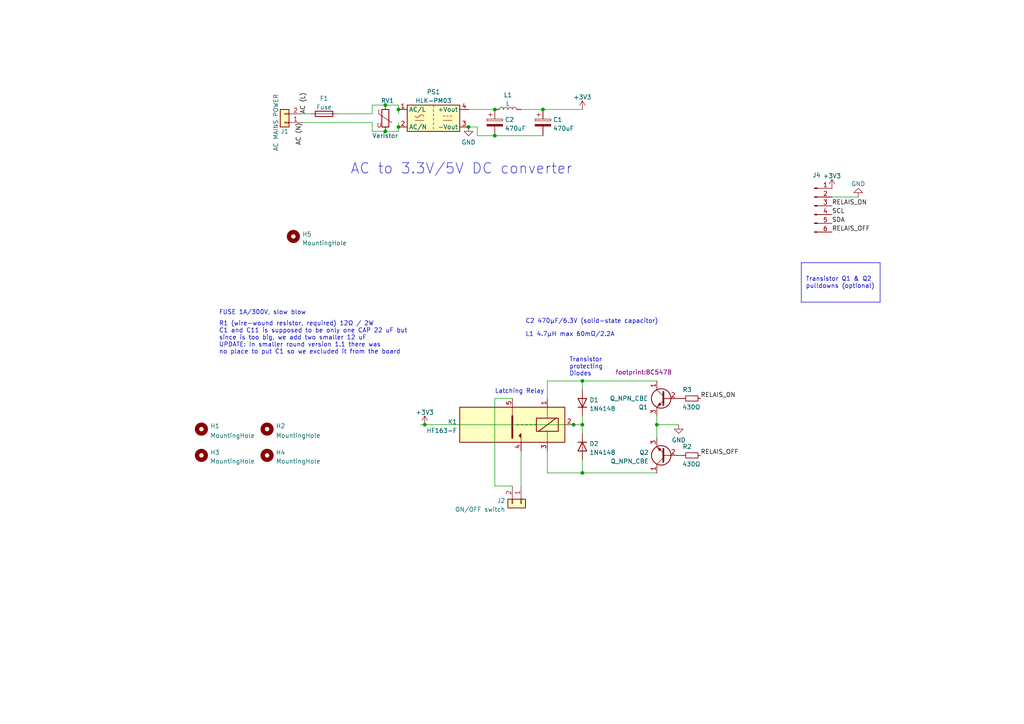
<source format=kicad_sch>
(kicad_sch (version 20230121) (generator eeschema)

  (uuid 42575459-fa0a-4761-8328-0238c17cbdda)

  (paper "A4")

  (title_block
    (title "220 AC to 3.3 DC converter with Latch Relay")
    (date "2022-11-22")
    (rev "1.1")
    (comment 1 "without batteries directly to the AC plug")
    (comment 2 "This mini-PCB goal is to connect any ESP32 board")
  )

  (lib_symbols
    (symbol "Connector:Conn_01x06_Pin" (pin_names (offset 1.016) hide) (in_bom yes) (on_board yes)
      (property "Reference" "J" (at 0 7.62 0)
        (effects (font (size 1.27 1.27)))
      )
      (property "Value" "Conn_01x06_Pin" (at 0 -10.16 0)
        (effects (font (size 1.27 1.27)))
      )
      (property "Footprint" "" (at 0 0 0)
        (effects (font (size 1.27 1.27)) hide)
      )
      (property "Datasheet" "~" (at 0 0 0)
        (effects (font (size 1.27 1.27)) hide)
      )
      (property "ki_locked" "" (at 0 0 0)
        (effects (font (size 1.27 1.27)))
      )
      (property "ki_keywords" "connector" (at 0 0 0)
        (effects (font (size 1.27 1.27)) hide)
      )
      (property "ki_description" "Generic connector, single row, 01x06, script generated" (at 0 0 0)
        (effects (font (size 1.27 1.27)) hide)
      )
      (property "ki_fp_filters" "Connector*:*_1x??_*" (at 0 0 0)
        (effects (font (size 1.27 1.27)) hide)
      )
      (symbol "Conn_01x06_Pin_1_1"
        (polyline
          (pts
            (xy 1.27 -7.62)
            (xy 0.8636 -7.62)
          )
          (stroke (width 0.1524) (type default))
          (fill (type none))
        )
        (polyline
          (pts
            (xy 1.27 -5.08)
            (xy 0.8636 -5.08)
          )
          (stroke (width 0.1524) (type default))
          (fill (type none))
        )
        (polyline
          (pts
            (xy 1.27 -2.54)
            (xy 0.8636 -2.54)
          )
          (stroke (width 0.1524) (type default))
          (fill (type none))
        )
        (polyline
          (pts
            (xy 1.27 0)
            (xy 0.8636 0)
          )
          (stroke (width 0.1524) (type default))
          (fill (type none))
        )
        (polyline
          (pts
            (xy 1.27 2.54)
            (xy 0.8636 2.54)
          )
          (stroke (width 0.1524) (type default))
          (fill (type none))
        )
        (polyline
          (pts
            (xy 1.27 5.08)
            (xy 0.8636 5.08)
          )
          (stroke (width 0.1524) (type default))
          (fill (type none))
        )
        (rectangle (start 0.8636 -7.493) (end 0 -7.747)
          (stroke (width 0.1524) (type default))
          (fill (type outline))
        )
        (rectangle (start 0.8636 -4.953) (end 0 -5.207)
          (stroke (width 0.1524) (type default))
          (fill (type outline))
        )
        (rectangle (start 0.8636 -2.413) (end 0 -2.667)
          (stroke (width 0.1524) (type default))
          (fill (type outline))
        )
        (rectangle (start 0.8636 0.127) (end 0 -0.127)
          (stroke (width 0.1524) (type default))
          (fill (type outline))
        )
        (rectangle (start 0.8636 2.667) (end 0 2.413)
          (stroke (width 0.1524) (type default))
          (fill (type outline))
        )
        (rectangle (start 0.8636 5.207) (end 0 4.953)
          (stroke (width 0.1524) (type default))
          (fill (type outline))
        )
        (pin passive line (at 5.08 5.08 180) (length 3.81)
          (name "Pin_1" (effects (font (size 1.27 1.27))))
          (number "1" (effects (font (size 1.27 1.27))))
        )
        (pin passive line (at 5.08 2.54 180) (length 3.81)
          (name "Pin_2" (effects (font (size 1.27 1.27))))
          (number "2" (effects (font (size 1.27 1.27))))
        )
        (pin passive line (at 5.08 0 180) (length 3.81)
          (name "Pin_3" (effects (font (size 1.27 1.27))))
          (number "3" (effects (font (size 1.27 1.27))))
        )
        (pin passive line (at 5.08 -2.54 180) (length 3.81)
          (name "Pin_4" (effects (font (size 1.27 1.27))))
          (number "4" (effects (font (size 1.27 1.27))))
        )
        (pin passive line (at 5.08 -5.08 180) (length 3.81)
          (name "Pin_5" (effects (font (size 1.27 1.27))))
          (number "5" (effects (font (size 1.27 1.27))))
        )
        (pin passive line (at 5.08 -7.62 180) (length 3.81)
          (name "Pin_6" (effects (font (size 1.27 1.27))))
          (number "6" (effects (font (size 1.27 1.27))))
        )
      )
    )
    (symbol "Connector_Generic:Conn_01x02" (pin_names (offset 1.016) hide) (in_bom yes) (on_board yes)
      (property "Reference" "J" (at 0 2.54 0)
        (effects (font (size 1.27 1.27)))
      )
      (property "Value" "Conn_01x02" (at 0 -5.08 0)
        (effects (font (size 1.27 1.27)))
      )
      (property "Footprint" "" (at 0 0 0)
        (effects (font (size 1.27 1.27)) hide)
      )
      (property "Datasheet" "~" (at 0 0 0)
        (effects (font (size 1.27 1.27)) hide)
      )
      (property "ki_keywords" "connector" (at 0 0 0)
        (effects (font (size 1.27 1.27)) hide)
      )
      (property "ki_description" "Generic connector, single row, 01x02, script generated (kicad-library-utils/schlib/autogen/connector/)" (at 0 0 0)
        (effects (font (size 1.27 1.27)) hide)
      )
      (property "ki_fp_filters" "Connector*:*_1x??_*" (at 0 0 0)
        (effects (font (size 1.27 1.27)) hide)
      )
      (symbol "Conn_01x02_1_1"
        (rectangle (start -1.27 -2.413) (end 0 -2.667)
          (stroke (width 0.1524) (type default))
          (fill (type none))
        )
        (rectangle (start -1.27 0.127) (end 0 -0.127)
          (stroke (width 0.1524) (type default))
          (fill (type none))
        )
        (rectangle (start -1.27 1.27) (end 1.27 -3.81)
          (stroke (width 0.254) (type default))
          (fill (type background))
        )
        (pin passive line (at -5.08 0 0) (length 3.81)
          (name "Pin_1" (effects (font (size 1.27 1.27))))
          (number "1" (effects (font (size 1.27 1.27))))
        )
        (pin passive line (at -5.08 -2.54 0) (length 3.81)
          (name "Pin_2" (effects (font (size 1.27 1.27))))
          (number "2" (effects (font (size 1.27 1.27))))
        )
      )
    )
    (symbol "Converter_ACDC:HLK-PM03" (in_bom yes) (on_board yes)
      (property "Reference" "PS" (at 0 5.08 0)
        (effects (font (size 1.27 1.27)))
      )
      (property "Value" "HLK-PM03" (at 0 -5.08 0)
        (effects (font (size 1.27 1.27)))
      )
      (property "Footprint" "Converter_ACDC:Converter_ACDC_HiLink_HLK-PMxx" (at 0 -7.62 0)
        (effects (font (size 1.27 1.27)) hide)
      )
      (property "Datasheet" "http://www.hlktech.net/product_detail.php?ProId=59" (at 10.16 -8.89 0)
        (effects (font (size 1.27 1.27)) hide)
      )
      (property "ki_keywords" "AC/DC module power supply" (at 0 0 0)
        (effects (font (size 1.27 1.27)) hide)
      )
      (property "ki_description" "Compact AC/DC board mount power module 3W 3V3" (at 0 0 0)
        (effects (font (size 1.27 1.27)) hide)
      )
      (property "ki_fp_filters" "Converter*ACDC*HiLink*HLK?PM*" (at 0 0 0)
        (effects (font (size 1.27 1.27)) hide)
      )
      (symbol "HLK-PM03_0_1"
        (rectangle (start -7.62 3.81) (end 7.62 -3.81)
          (stroke (width 0.254) (type default))
          (fill (type background))
        )
        (arc (start -5.334 0.635) (mid -4.699 0.2495) (end -4.064 0.635)
          (stroke (width 0) (type default))
          (fill (type none))
        )
        (arc (start -2.794 0.635) (mid -3.429 1.0072) (end -4.064 0.635)
          (stroke (width 0) (type default))
          (fill (type none))
        )
        (polyline
          (pts
            (xy -5.334 -0.635)
            (xy -2.794 -0.635)
          )
          (stroke (width 0) (type default))
          (fill (type none))
        )
        (polyline
          (pts
            (xy 0 -2.54)
            (xy 0 -3.175)
          )
          (stroke (width 0) (type default))
          (fill (type none))
        )
        (polyline
          (pts
            (xy 0 -1.27)
            (xy 0 -1.905)
          )
          (stroke (width 0) (type default))
          (fill (type none))
        )
        (polyline
          (pts
            (xy 0 0)
            (xy 0 -0.635)
          )
          (stroke (width 0) (type default))
          (fill (type none))
        )
        (polyline
          (pts
            (xy 0 1.27)
            (xy 0 0.635)
          )
          (stroke (width 0) (type default))
          (fill (type none))
        )
        (polyline
          (pts
            (xy 0 2.54)
            (xy 0 1.905)
          )
          (stroke (width 0) (type default))
          (fill (type none))
        )
        (polyline
          (pts
            (xy 0 3.81)
            (xy 0 3.175)
          )
          (stroke (width 0) (type default))
          (fill (type none))
        )
        (polyline
          (pts
            (xy 2.794 -0.635)
            (xy 5.334 -0.635)
          )
          (stroke (width 0) (type default))
          (fill (type none))
        )
        (polyline
          (pts
            (xy 2.794 0.635)
            (xy 3.302 0.635)
          )
          (stroke (width 0) (type default))
          (fill (type none))
        )
        (polyline
          (pts
            (xy 3.81 0.635)
            (xy 4.318 0.635)
          )
          (stroke (width 0) (type default))
          (fill (type none))
        )
        (polyline
          (pts
            (xy 4.826 0.635)
            (xy 5.334 0.635)
          )
          (stroke (width 0) (type default))
          (fill (type none))
        )
      )
      (symbol "HLK-PM03_1_1"
        (pin power_in line (at -10.16 2.54 0) (length 2.54)
          (name "AC/L" (effects (font (size 1.27 1.27))))
          (number "1" (effects (font (size 1.27 1.27))))
        )
        (pin power_in line (at -10.16 -2.54 0) (length 2.54)
          (name "AC/N" (effects (font (size 1.27 1.27))))
          (number "2" (effects (font (size 1.27 1.27))))
        )
        (pin power_out line (at 10.16 -2.54 180) (length 2.54)
          (name "-Vout" (effects (font (size 1.27 1.27))))
          (number "3" (effects (font (size 1.27 1.27))))
        )
        (pin power_out line (at 10.16 2.54 180) (length 2.54)
          (name "+Vout" (effects (font (size 1.27 1.27))))
          (number "4" (effects (font (size 1.27 1.27))))
        )
      )
    )
    (symbol "Device:C_Polarized" (pin_numbers hide) (pin_names (offset 0.254)) (in_bom yes) (on_board yes)
      (property "Reference" "C" (at 0.635 2.54 0)
        (effects (font (size 1.27 1.27)) (justify left))
      )
      (property "Value" "C_Polarized" (at 0.635 -2.54 0)
        (effects (font (size 1.27 1.27)) (justify left))
      )
      (property "Footprint" "" (at 0.9652 -3.81 0)
        (effects (font (size 1.27 1.27)) hide)
      )
      (property "Datasheet" "~" (at 0 0 0)
        (effects (font (size 1.27 1.27)) hide)
      )
      (property "ki_keywords" "cap capacitor" (at 0 0 0)
        (effects (font (size 1.27 1.27)) hide)
      )
      (property "ki_description" "Polarized capacitor" (at 0 0 0)
        (effects (font (size 1.27 1.27)) hide)
      )
      (property "ki_fp_filters" "CP_*" (at 0 0 0)
        (effects (font (size 1.27 1.27)) hide)
      )
      (symbol "C_Polarized_0_1"
        (rectangle (start -2.286 0.508) (end 2.286 1.016)
          (stroke (width 0) (type default))
          (fill (type none))
        )
        (polyline
          (pts
            (xy -1.778 2.286)
            (xy -0.762 2.286)
          )
          (stroke (width 0) (type default))
          (fill (type none))
        )
        (polyline
          (pts
            (xy -1.27 2.794)
            (xy -1.27 1.778)
          )
          (stroke (width 0) (type default))
          (fill (type none))
        )
        (rectangle (start 2.286 -0.508) (end -2.286 -1.016)
          (stroke (width 0) (type default))
          (fill (type outline))
        )
      )
      (symbol "C_Polarized_1_1"
        (pin passive line (at 0 3.81 270) (length 2.794)
          (name "~" (effects (font (size 1.27 1.27))))
          (number "1" (effects (font (size 1.27 1.27))))
        )
        (pin passive line (at 0 -3.81 90) (length 2.794)
          (name "~" (effects (font (size 1.27 1.27))))
          (number "2" (effects (font (size 1.27 1.27))))
        )
      )
    )
    (symbol "Device:Fuse" (pin_numbers hide) (pin_names (offset 0)) (in_bom yes) (on_board yes)
      (property "Reference" "F" (at 2.032 0 90)
        (effects (font (size 1.27 1.27)))
      )
      (property "Value" "Fuse" (at -1.905 0 90)
        (effects (font (size 1.27 1.27)))
      )
      (property "Footprint" "" (at -1.778 0 90)
        (effects (font (size 1.27 1.27)) hide)
      )
      (property "Datasheet" "~" (at 0 0 0)
        (effects (font (size 1.27 1.27)) hide)
      )
      (property "ki_keywords" "fuse" (at 0 0 0)
        (effects (font (size 1.27 1.27)) hide)
      )
      (property "ki_description" "Fuse" (at 0 0 0)
        (effects (font (size 1.27 1.27)) hide)
      )
      (property "ki_fp_filters" "*Fuse*" (at 0 0 0)
        (effects (font (size 1.27 1.27)) hide)
      )
      (symbol "Fuse_0_1"
        (rectangle (start -0.762 -2.54) (end 0.762 2.54)
          (stroke (width 0.254) (type default))
          (fill (type none))
        )
        (polyline
          (pts
            (xy 0 2.54)
            (xy 0 -2.54)
          )
          (stroke (width 0) (type default))
          (fill (type none))
        )
      )
      (symbol "Fuse_1_1"
        (pin passive line (at 0 3.81 270) (length 1.27)
          (name "~" (effects (font (size 1.27 1.27))))
          (number "1" (effects (font (size 1.27 1.27))))
        )
        (pin passive line (at 0 -3.81 90) (length 1.27)
          (name "~" (effects (font (size 1.27 1.27))))
          (number "2" (effects (font (size 1.27 1.27))))
        )
      )
    )
    (symbol "Device:L" (pin_numbers hide) (pin_names (offset 1.016) hide) (in_bom yes) (on_board yes)
      (property "Reference" "L" (at -1.27 0 90)
        (effects (font (size 1.27 1.27)))
      )
      (property "Value" "L" (at 1.905 0 90)
        (effects (font (size 1.27 1.27)))
      )
      (property "Footprint" "" (at 0 0 0)
        (effects (font (size 1.27 1.27)) hide)
      )
      (property "Datasheet" "~" (at 0 0 0)
        (effects (font (size 1.27 1.27)) hide)
      )
      (property "ki_keywords" "inductor choke coil reactor magnetic" (at 0 0 0)
        (effects (font (size 1.27 1.27)) hide)
      )
      (property "ki_description" "Inductor" (at 0 0 0)
        (effects (font (size 1.27 1.27)) hide)
      )
      (property "ki_fp_filters" "Choke_* *Coil* Inductor_* L_*" (at 0 0 0)
        (effects (font (size 1.27 1.27)) hide)
      )
      (symbol "L_0_1"
        (arc (start 0 -2.54) (mid 0.6323 -1.905) (end 0 -1.27)
          (stroke (width 0) (type default))
          (fill (type none))
        )
        (arc (start 0 -1.27) (mid 0.6323 -0.635) (end 0 0)
          (stroke (width 0) (type default))
          (fill (type none))
        )
        (arc (start 0 0) (mid 0.6323 0.635) (end 0 1.27)
          (stroke (width 0) (type default))
          (fill (type none))
        )
        (arc (start 0 1.27) (mid 0.6323 1.905) (end 0 2.54)
          (stroke (width 0) (type default))
          (fill (type none))
        )
      )
      (symbol "L_1_1"
        (pin passive line (at 0 3.81 270) (length 1.27)
          (name "1" (effects (font (size 1.27 1.27))))
          (number "1" (effects (font (size 1.27 1.27))))
        )
        (pin passive line (at 0 -3.81 90) (length 1.27)
          (name "2" (effects (font (size 1.27 1.27))))
          (number "2" (effects (font (size 1.27 1.27))))
        )
      )
    )
    (symbol "Device:Q_NPN_CBE" (pin_names (offset 0) hide) (in_bom yes) (on_board yes)
      (property "Reference" "Q" (at 5.08 1.27 0)
        (effects (font (size 1.27 1.27)) (justify left))
      )
      (property "Value" "Q_NPN_CBE" (at 5.08 -1.27 0)
        (effects (font (size 1.27 1.27)) (justify left))
      )
      (property "Footprint" "" (at 5.08 2.54 0)
        (effects (font (size 1.27 1.27)) hide)
      )
      (property "Datasheet" "~" (at 0 0 0)
        (effects (font (size 1.27 1.27)) hide)
      )
      (property "ki_keywords" "transistor NPN" (at 0 0 0)
        (effects (font (size 1.27 1.27)) hide)
      )
      (property "ki_description" "NPN transistor, collector/base/emitter" (at 0 0 0)
        (effects (font (size 1.27 1.27)) hide)
      )
      (symbol "Q_NPN_CBE_0_1"
        (polyline
          (pts
            (xy 0.635 0.635)
            (xy 2.54 2.54)
          )
          (stroke (width 0) (type default))
          (fill (type none))
        )
        (polyline
          (pts
            (xy 0.635 -0.635)
            (xy 2.54 -2.54)
            (xy 2.54 -2.54)
          )
          (stroke (width 0) (type default))
          (fill (type none))
        )
        (polyline
          (pts
            (xy 0.635 1.905)
            (xy 0.635 -1.905)
            (xy 0.635 -1.905)
          )
          (stroke (width 0.508) (type default))
          (fill (type none))
        )
        (polyline
          (pts
            (xy 1.27 -1.778)
            (xy 1.778 -1.27)
            (xy 2.286 -2.286)
            (xy 1.27 -1.778)
            (xy 1.27 -1.778)
          )
          (stroke (width 0) (type default))
          (fill (type outline))
        )
        (circle (center 1.27 0) (radius 2.8194)
          (stroke (width 0.254) (type default))
          (fill (type none))
        )
      )
      (symbol "Q_NPN_CBE_1_1"
        (pin passive line (at 2.54 5.08 270) (length 2.54)
          (name "C" (effects (font (size 1.27 1.27))))
          (number "1" (effects (font (size 1.27 1.27))))
        )
        (pin input line (at -5.08 0 0) (length 5.715)
          (name "B" (effects (font (size 1.27 1.27))))
          (number "2" (effects (font (size 1.27 1.27))))
        )
        (pin passive line (at 2.54 -5.08 90) (length 2.54)
          (name "E" (effects (font (size 1.27 1.27))))
          (number "3" (effects (font (size 1.27 1.27))))
        )
      )
    )
    (symbol "Device:R_Small" (pin_numbers hide) (pin_names (offset 0.254) hide) (in_bom yes) (on_board yes)
      (property "Reference" "R" (at 0.762 0.508 0)
        (effects (font (size 1.27 1.27)) (justify left))
      )
      (property "Value" "R_Small" (at 0.762 -1.016 0)
        (effects (font (size 1.27 1.27)) (justify left))
      )
      (property "Footprint" "" (at 0 0 0)
        (effects (font (size 1.27 1.27)) hide)
      )
      (property "Datasheet" "~" (at 0 0 0)
        (effects (font (size 1.27 1.27)) hide)
      )
      (property "ki_keywords" "R resistor" (at 0 0 0)
        (effects (font (size 1.27 1.27)) hide)
      )
      (property "ki_description" "Resistor, small symbol" (at 0 0 0)
        (effects (font (size 1.27 1.27)) hide)
      )
      (property "ki_fp_filters" "R_*" (at 0 0 0)
        (effects (font (size 1.27 1.27)) hide)
      )
      (symbol "R_Small_0_1"
        (rectangle (start -0.762 1.778) (end 0.762 -1.778)
          (stroke (width 0.2032) (type default))
          (fill (type none))
        )
      )
      (symbol "R_Small_1_1"
        (pin passive line (at 0 2.54 270) (length 0.762)
          (name "~" (effects (font (size 1.27 1.27))))
          (number "1" (effects (font (size 1.27 1.27))))
        )
        (pin passive line (at 0 -2.54 90) (length 0.762)
          (name "~" (effects (font (size 1.27 1.27))))
          (number "2" (effects (font (size 1.27 1.27))))
        )
      )
    )
    (symbol "Device:Varistor" (pin_numbers hide) (pin_names (offset 0)) (in_bom yes) (on_board yes)
      (property "Reference" "RV" (at 3.175 0 90)
        (effects (font (size 1.27 1.27)))
      )
      (property "Value" "Varistor" (at -3.175 0 90)
        (effects (font (size 1.27 1.27)))
      )
      (property "Footprint" "" (at -1.778 0 90)
        (effects (font (size 1.27 1.27)) hide)
      )
      (property "Datasheet" "~" (at 0 0 0)
        (effects (font (size 1.27 1.27)) hide)
      )
      (property "ki_keywords" "VDR resistance" (at 0 0 0)
        (effects (font (size 1.27 1.27)) hide)
      )
      (property "ki_description" "Voltage dependent resistor" (at 0 0 0)
        (effects (font (size 1.27 1.27)) hide)
      )
      (property "ki_fp_filters" "RV_* Varistor*" (at 0 0 0)
        (effects (font (size 1.27 1.27)) hide)
      )
      (symbol "Varistor_0_0"
        (text "U" (at -1.778 -2.032 0)
          (effects (font (size 1.27 1.27)))
        )
      )
      (symbol "Varistor_0_1"
        (rectangle (start -1.016 -2.54) (end 1.016 2.54)
          (stroke (width 0.254) (type default))
          (fill (type none))
        )
        (polyline
          (pts
            (xy -1.905 2.54)
            (xy -1.905 1.27)
            (xy 1.905 -1.27)
          )
          (stroke (width 0) (type default))
          (fill (type none))
        )
      )
      (symbol "Varistor_1_1"
        (pin passive line (at 0 3.81 270) (length 1.27)
          (name "~" (effects (font (size 1.27 1.27))))
          (number "1" (effects (font (size 1.27 1.27))))
        )
        (pin passive line (at 0 -3.81 90) (length 1.27)
          (name "~" (effects (font (size 1.27 1.27))))
          (number "2" (effects (font (size 1.27 1.27))))
        )
      )
    )
    (symbol "Diode:1N4148" (pin_numbers hide) (pin_names hide) (in_bom yes) (on_board yes)
      (property "Reference" "D" (at 0 2.54 0)
        (effects (font (size 1.27 1.27)))
      )
      (property "Value" "1N4148" (at 0 -2.54 0)
        (effects (font (size 1.27 1.27)))
      )
      (property "Footprint" "Diode_THT:D_DO-35_SOD27_P7.62mm_Horizontal" (at 0 0 0)
        (effects (font (size 1.27 1.27)) hide)
      )
      (property "Datasheet" "https://assets.nexperia.com/documents/data-sheet/1N4148_1N4448.pdf" (at 0 0 0)
        (effects (font (size 1.27 1.27)) hide)
      )
      (property "ki_keywords" "diode" (at 0 0 0)
        (effects (font (size 1.27 1.27)) hide)
      )
      (property "ki_description" "100V 0.15A standard switching diode, DO-35" (at 0 0 0)
        (effects (font (size 1.27 1.27)) hide)
      )
      (property "ki_fp_filters" "D*DO?35*" (at 0 0 0)
        (effects (font (size 1.27 1.27)) hide)
      )
      (symbol "1N4148_0_1"
        (polyline
          (pts
            (xy -1.27 1.27)
            (xy -1.27 -1.27)
          )
          (stroke (width 0.254) (type default))
          (fill (type none))
        )
        (polyline
          (pts
            (xy 1.27 0)
            (xy -1.27 0)
          )
          (stroke (width 0) (type default))
          (fill (type none))
        )
        (polyline
          (pts
            (xy 1.27 1.27)
            (xy 1.27 -1.27)
            (xy -1.27 0)
            (xy 1.27 1.27)
          )
          (stroke (width 0.254) (type default))
          (fill (type none))
        )
      )
      (symbol "1N4148_1_1"
        (pin passive line (at -3.81 0 0) (length 2.54)
          (name "K" (effects (font (size 1.27 1.27))))
          (number "1" (effects (font (size 1.27 1.27))))
        )
        (pin passive line (at 3.81 0 180) (length 2.54)
          (name "A" (effects (font (size 1.27 1.27))))
          (number "2" (effects (font (size 1.27 1.27))))
        )
      )
    )
    (symbol "Latch-relay:HF163-F" (in_bom yes) (on_board yes)
      (property "Reference" "K" (at 16.51 0 0)
        (effects (font (size 1.27 1.27)))
      )
      (property "Value" "HF163-F" (at 0 -15.24 0)
        (effects (font (size 1.27 1.27)))
      )
      (property "Footprint" "" (at 0 0 0)
        (effects (font (size 1.27 1.27)) hide)
      )
      (property "Datasheet" "" (at 0 0 0)
        (effects (font (size 1.27 1.27)) hide)
      )
      (symbol "HF163-F_0_0"
        (polyline
          (pts
            (xy -7.62 1.905)
            (xy -12.7 -1.905)
          )
          (stroke (width 0.254) (type default))
          (fill (type none))
        )
      )
      (symbol "HF163-F_0_1"
        (rectangle (start -15.24 0) (end -13.335 0)
          (stroke (width 0) (type default))
          (fill (type none))
        )
        (rectangle (start -15.24 5.08) (end 15.24 -5.08)
          (stroke (width 0.254) (type default))
          (fill (type background))
        )
        (rectangle (start -13.335 1.905) (end -6.985 -1.905)
          (stroke (width 0.254) (type default))
          (fill (type none))
        )
        (polyline
          (pts
            (xy -10.16 -5.08)
            (xy -10.16 -1.905)
          )
          (stroke (width 0) (type default))
          (fill (type none))
        )
        (polyline
          (pts
            (xy -10.16 5.08)
            (xy -10.16 1.905)
          )
          (stroke (width 0) (type default))
          (fill (type none))
        )
        (polyline
          (pts
            (xy -6.985 0)
            (xy -6.35 0)
          )
          (stroke (width 0.254) (type default))
          (fill (type none))
        )
        (polyline
          (pts
            (xy -5.715 0)
            (xy -5.08 0)
          )
          (stroke (width 0.254) (type default))
          (fill (type none))
        )
        (polyline
          (pts
            (xy -4.445 0)
            (xy -3.81 0)
          )
          (stroke (width 0.254) (type default))
          (fill (type none))
        )
        (polyline
          (pts
            (xy -3.175 0)
            (xy -2.54 0)
          )
          (stroke (width 0.254) (type default))
          (fill (type none))
        )
        (polyline
          (pts
            (xy -1.905 0)
            (xy -1.27 0)
          )
          (stroke (width 0.254) (type default))
          (fill (type none))
        )
        (polyline
          (pts
            (xy 0 -2.54)
            (xy 0 -5.08)
          )
          (stroke (width 0) (type default))
          (fill (type none))
        )
        (polyline
          (pts
            (xy 0 -2.54)
            (xy 0 3.81)
          )
          (stroke (width 0.508) (type default))
          (fill (type none))
        )
        (polyline
          (pts
            (xy -2.54 5.08)
            (xy -2.54 2.54)
            (xy -1.905 3.175)
            (xy -2.54 3.81)
          )
          (stroke (width 0) (type default))
          (fill (type outline))
        )
      )
      (symbol "HF163-F_1_1"
        (pin passive line (at -10.16 -7.62 90) (length 2.54)
          (name "~" (effects (font (size 1.27 1.27))))
          (number "1" (effects (font (size 1.27 1.27))))
        )
        (pin passive line (at -17.78 0 0) (length 2.54)
          (name "~" (effects (font (size 1.27 1.27))))
          (number "2" (effects (font (size 1.27 1.27))))
        )
        (pin passive line (at -10.16 7.62 270) (length 2.54)
          (name "~" (effects (font (size 1.27 1.27))))
          (number "3" (effects (font (size 1.27 1.27))))
        )
        (pin passive line (at -2.54 7.62 270) (length 2.54)
          (name "~" (effects (font (size 1.27 1.27))))
          (number "4" (effects (font (size 1.27 1.27))))
        )
        (pin passive line (at 0 -7.62 90) (length 2.54)
          (name "~" (effects (font (size 1.27 1.27))))
          (number "5" (effects (font (size 1.27 1.27))))
        )
      )
    )
    (symbol "Mechanical:MountingHole" (pin_names (offset 1.016)) (in_bom yes) (on_board yes)
      (property "Reference" "H" (at 0 5.08 0)
        (effects (font (size 1.27 1.27)))
      )
      (property "Value" "MountingHole" (at 0 3.175 0)
        (effects (font (size 1.27 1.27)))
      )
      (property "Footprint" "" (at 0 0 0)
        (effects (font (size 1.27 1.27)) hide)
      )
      (property "Datasheet" "~" (at 0 0 0)
        (effects (font (size 1.27 1.27)) hide)
      )
      (property "ki_keywords" "mounting hole" (at 0 0 0)
        (effects (font (size 1.27 1.27)) hide)
      )
      (property "ki_description" "Mounting Hole without connection" (at 0 0 0)
        (effects (font (size 1.27 1.27)) hide)
      )
      (property "ki_fp_filters" "MountingHole*" (at 0 0 0)
        (effects (font (size 1.27 1.27)) hide)
      )
      (symbol "MountingHole_0_1"
        (circle (center 0 0) (radius 1.27)
          (stroke (width 1.27) (type default))
          (fill (type none))
        )
      )
    )
    (symbol "power:+3V3" (power) (pin_names (offset 0)) (in_bom yes) (on_board yes)
      (property "Reference" "#PWR" (at 0 -3.81 0)
        (effects (font (size 1.27 1.27)) hide)
      )
      (property "Value" "+3V3" (at 0 3.556 0)
        (effects (font (size 1.27 1.27)))
      )
      (property "Footprint" "" (at 0 0 0)
        (effects (font (size 1.27 1.27)) hide)
      )
      (property "Datasheet" "" (at 0 0 0)
        (effects (font (size 1.27 1.27)) hide)
      )
      (property "ki_keywords" "global power" (at 0 0 0)
        (effects (font (size 1.27 1.27)) hide)
      )
      (property "ki_description" "Power symbol creates a global label with name \"+3V3\"" (at 0 0 0)
        (effects (font (size 1.27 1.27)) hide)
      )
      (symbol "+3V3_0_1"
        (polyline
          (pts
            (xy -0.762 1.27)
            (xy 0 2.54)
          )
          (stroke (width 0) (type default))
          (fill (type none))
        )
        (polyline
          (pts
            (xy 0 0)
            (xy 0 2.54)
          )
          (stroke (width 0) (type default))
          (fill (type none))
        )
        (polyline
          (pts
            (xy 0 2.54)
            (xy 0.762 1.27)
          )
          (stroke (width 0) (type default))
          (fill (type none))
        )
      )
      (symbol "+3V3_1_1"
        (pin power_in line (at 0 0 90) (length 0) hide
          (name "+3V3" (effects (font (size 1.27 1.27))))
          (number "1" (effects (font (size 1.27 1.27))))
        )
      )
    )
    (symbol "power:GND" (power) (pin_names (offset 0)) (in_bom yes) (on_board yes)
      (property "Reference" "#PWR" (at 0 -6.35 0)
        (effects (font (size 1.27 1.27)) hide)
      )
      (property "Value" "GND" (at 0 -3.81 0)
        (effects (font (size 1.27 1.27)))
      )
      (property "Footprint" "" (at 0 0 0)
        (effects (font (size 1.27 1.27)) hide)
      )
      (property "Datasheet" "" (at 0 0 0)
        (effects (font (size 1.27 1.27)) hide)
      )
      (property "ki_keywords" "power-flag" (at 0 0 0)
        (effects (font (size 1.27 1.27)) hide)
      )
      (property "ki_description" "Power symbol creates a global label with name \"GND\" , ground" (at 0 0 0)
        (effects (font (size 1.27 1.27)) hide)
      )
      (symbol "GND_0_1"
        (polyline
          (pts
            (xy 0 0)
            (xy 0 -1.27)
            (xy 1.27 -1.27)
            (xy 0 -2.54)
            (xy -1.27 -1.27)
            (xy 0 -1.27)
          )
          (stroke (width 0) (type default))
          (fill (type none))
        )
      )
      (symbol "GND_1_1"
        (pin power_in line (at 0 0 270) (length 0) hide
          (name "GND" (effects (font (size 1.27 1.27))))
          (number "1" (effects (font (size 1.27 1.27))))
        )
      )
    )
  )

  (junction (at 111.76 30.48) (diameter 0) (color 0 0 0 0)
    (uuid 00731276-632d-47a2-a7cf-1b17c1eb3c86)
  )
  (junction (at 168.91 137.16) (diameter 0) (color 0 0 0 0)
    (uuid 07beceb0-9931-428d-b3a5-6155d560b5bc)
  )
  (junction (at 115.57 31.75) (diameter 0) (color 0 0 0 0)
    (uuid 33f43a75-ca75-4e1b-af3f-d1a0234135fe)
  )
  (junction (at 115.57 36.83) (diameter 0) (color 0 0 0 0)
    (uuid 42e2f213-8a03-4ac5-9073-387b7db52654)
  )
  (junction (at 143.51 39.37) (diameter 0) (color 0 0 0 0)
    (uuid 46fefd57-4ad8-4dd1-b4cd-65f86eb92d12)
  )
  (junction (at 168.91 110.49) (diameter 0) (color 0 0 0 0)
    (uuid 54e60101-48f2-4fa9-9108-8e3724e2dc9c)
  )
  (junction (at 111.76 38.1) (diameter 0) (color 0 0 0 0)
    (uuid 5ac22bd4-1aff-421f-876f-152ccbc02866)
  )
  (junction (at 143.51 31.75) (diameter 0) (color 0 0 0 0)
    (uuid 63771584-418e-4769-948f-4625e1b09cce)
  )
  (junction (at 166.37 123.19) (diameter 0) (color 0 0 0 0)
    (uuid 6affc66c-a856-48c4-b15a-843fba079c06)
  )
  (junction (at 123.19 123.19) (diameter 0) (color 0 0 0 0)
    (uuid 8db56ed0-80fd-4e84-b89b-f17517210914)
  )
  (junction (at 135.89 36.83) (diameter 0) (color 0 0 0 0)
    (uuid b2bef518-3f87-460d-88a6-1a795188d526)
  )
  (junction (at 157.48 31.75) (diameter 0) (color 0 0 0 0)
    (uuid eadeec72-2757-481a-b503-22b6d3875934)
  )
  (junction (at 168.91 123.19) (diameter 0) (color 0 0 0 0)
    (uuid f4cb8dc1-5a5c-4c60-9e59-44b573434c31)
  )
  (junction (at 190.5 123.19) (diameter 0) (color 0 0 0 0)
    (uuid fbf8bc60-7dbf-4747-a66f-99829fc444a0)
  )

  (wire (pts (xy 115.57 38.1) (xy 115.57 36.83))
    (stroke (width 0) (type default))
    (uuid 07dedae0-cae9-40b0-b5f5-1f7bec146acd)
  )
  (wire (pts (xy 166.37 123.19) (xy 123.19 123.19))
    (stroke (width 0) (type default))
    (uuid 08305895-4c2f-416b-8454-fb55340074ef)
  )
  (wire (pts (xy 190.5 137.16) (xy 168.91 137.16))
    (stroke (width 0) (type default))
    (uuid 09b129af-aed9-4d49-b870-5435957034a0)
  )
  (wire (pts (xy 143.51 140.97) (xy 148.59 140.97))
    (stroke (width 0) (type default))
    (uuid 1104d0b3-bb4e-4eb2-a0a9-18c162371098)
  )
  (wire (pts (xy 168.91 110.49) (xy 168.91 113.03))
    (stroke (width 0) (type default))
    (uuid 13a099f1-5d70-4197-8aed-74b45f88fe06)
  )
  (wire (pts (xy 151.13 130.81) (xy 151.13 140.97))
    (stroke (width 0) (type default))
    (uuid 198e4377-7782-4b39-a14d-91863a1591b1)
  )
  (wire (pts (xy 87.63 35.56) (xy 107.95 35.56))
    (stroke (width 0) (type default))
    (uuid 1ce6a087-69b2-476f-8289-6eca9f84964a)
  )
  (wire (pts (xy 158.75 110.49) (xy 158.75 115.57))
    (stroke (width 0) (type default))
    (uuid 1fe473db-dc35-4a12-bdbe-8fdea29d967c)
  )
  (wire (pts (xy 107.95 35.56) (xy 107.95 38.1))
    (stroke (width 0) (type default))
    (uuid 237237e1-612c-49f8-b5e1-b316e2f23142)
  )
  (polyline (pts (xy 255.27 87.63) (xy 232.41 87.63))
    (stroke (width 0) (type default))
    (uuid 27f124ac-e87f-4b8d-93f4-8f43f5949ac9)
  )

  (wire (pts (xy 143.51 115.57) (xy 143.51 140.97))
    (stroke (width 0) (type default))
    (uuid 36e4f46f-2ebc-4085-b78c-b6e2e05a1e72)
  )
  (wire (pts (xy 151.13 31.75) (xy 157.48 31.75))
    (stroke (width 0) (type default))
    (uuid 3a04b52e-23ca-4c36-b458-8680e1b52910)
  )
  (wire (pts (xy 107.95 38.1) (xy 111.76 38.1))
    (stroke (width 0) (type default))
    (uuid 3a11b692-7c79-4182-9386-b89ba389eb02)
  )
  (wire (pts (xy 135.89 31.75) (xy 143.51 31.75))
    (stroke (width 0) (type default))
    (uuid 44130b35-ddd5-4e93-9dd1-7163ec8166b6)
  )
  (wire (pts (xy 115.57 33.02) (xy 115.57 31.75))
    (stroke (width 0) (type default))
    (uuid 49d0dc23-b2c2-4bb5-aba1-73e687f2e6e0)
  )
  (polyline (pts (xy 232.41 76.2) (xy 255.27 76.2))
    (stroke (width 0) (type default))
    (uuid 49d37d0c-68ca-44c1-b815-4dc06d46b9d8)
  )

  (wire (pts (xy 168.91 137.16) (xy 158.75 137.16))
    (stroke (width 0) (type default))
    (uuid 4d7ee112-739d-4191-ad1e-6d8732063767)
  )
  (wire (pts (xy 143.51 39.37) (xy 157.48 39.37))
    (stroke (width 0) (type default))
    (uuid 582ff898-5d79-4346-be4f-394348bc8f93)
  )
  (polyline (pts (xy 255.27 76.2) (xy 255.27 87.63))
    (stroke (width 0) (type default))
    (uuid 6446404f-4694-4d49-b183-7e767d835e07)
  )

  (wire (pts (xy 157.48 31.75) (xy 168.91 31.75))
    (stroke (width 0) (type default))
    (uuid 6cb9ff79-6611-445b-8a09-51ba1afd6087)
  )
  (wire (pts (xy 190.5 120.65) (xy 190.5 123.19))
    (stroke (width 0) (type default))
    (uuid 702f7903-60d0-46ac-9118-e3a2dfb0a7c6)
  )
  (wire (pts (xy 190.5 123.19) (xy 196.85 123.19))
    (stroke (width 0) (type default))
    (uuid 72625af3-2b03-44cd-905f-8f40a2273366)
  )
  (wire (pts (xy 107.95 33.02) (xy 107.95 30.48))
    (stroke (width 0) (type default))
    (uuid 79139583-90c1-429a-ab43-e26ef52968e3)
  )
  (wire (pts (xy 115.57 35.56) (xy 115.57 36.83))
    (stroke (width 0) (type default))
    (uuid 7a04fafb-6047-4b05-a8bf-11cdbf47f93f)
  )
  (wire (pts (xy 107.95 30.48) (xy 111.76 30.48))
    (stroke (width 0) (type default))
    (uuid 7c3a4ea7-8700-4eb4-be41-8f2d765c63ec)
  )
  (wire (pts (xy 87.63 33.02) (xy 90.17 33.02))
    (stroke (width 0) (type default))
    (uuid 7f72ce61-72b7-4910-a644-8520980e9ab8)
  )
  (wire (pts (xy 168.91 123.19) (xy 168.91 120.65))
    (stroke (width 0) (type default))
    (uuid 844578af-3df6-4869-a466-a1d80367f2a6)
  )
  (wire (pts (xy 111.76 38.1) (xy 115.57 38.1))
    (stroke (width 0) (type default))
    (uuid 940d86f0-af67-4846-9bf6-6bf4e96c72e1)
  )
  (wire (pts (xy 168.91 133.35) (xy 168.91 137.16))
    (stroke (width 0) (type default))
    (uuid 95ec0bd8-1be7-4699-8b9b-ebcb8c57d99e)
  )
  (wire (pts (xy 138.43 39.37) (xy 138.43 36.83))
    (stroke (width 0) (type default))
    (uuid 9e6f6471-e6d6-449f-a4d6-6b4254d8bc94)
  )
  (wire (pts (xy 158.75 130.81) (xy 158.75 137.16))
    (stroke (width 0) (type default))
    (uuid 9f8f1572-0444-45eb-8c01-8a8b3caa4960)
  )
  (wire (pts (xy 166.37 123.19) (xy 168.91 123.19))
    (stroke (width 0) (type default))
    (uuid ac24ff05-2b73-42c9-819c-b61faa923c6a)
  )
  (wire (pts (xy 111.76 30.48) (xy 115.57 30.48))
    (stroke (width 0) (type default))
    (uuid b48a1046-951c-4dd2-833a-bae34a75e389)
  )
  (wire (pts (xy 97.79 33.02) (xy 107.95 33.02))
    (stroke (width 0) (type default))
    (uuid c1d9b6d0-888a-42ab-a61a-f066f6631adf)
  )
  (wire (pts (xy 123.19 123.19) (xy 121.92 123.19))
    (stroke (width 0) (type default))
    (uuid c6a4d9bf-be87-463e-8688-876903bd68bb)
  )
  (wire (pts (xy 143.51 39.37) (xy 138.43 39.37))
    (stroke (width 0) (type default))
    (uuid c7e30857-8706-487f-98f7-9246ecf1bd32)
  )
  (wire (pts (xy 241.3 57.15) (xy 248.92 57.15))
    (stroke (width 0) (type default))
    (uuid c9d7a12c-ffde-419b-a0b3-22e0e2bfbbed)
  )
  (polyline (pts (xy 232.41 76.2) (xy 232.41 87.63))
    (stroke (width 0) (type default))
    (uuid d23a0c21-67b5-4639-b429-28e664527d3a)
  )

  (wire (pts (xy 168.91 123.19) (xy 168.91 125.73))
    (stroke (width 0) (type default))
    (uuid e13c5268-4d92-4672-8853-20d54220e8f9)
  )
  (wire (pts (xy 148.59 115.57) (xy 143.51 115.57))
    (stroke (width 0) (type default))
    (uuid e794a74a-8f87-4a2b-b07d-29914f276c3d)
  )
  (wire (pts (xy 190.5 123.19) (xy 190.5 127))
    (stroke (width 0) (type default))
    (uuid eb0d4de1-931f-4dcb-81de-b888922e8916)
  )
  (wire (pts (xy 190.5 110.49) (xy 168.91 110.49))
    (stroke (width 0) (type default))
    (uuid eda79d97-6384-45b1-95ab-154cb1a1e993)
  )
  (wire (pts (xy 168.91 110.49) (xy 158.75 110.49))
    (stroke (width 0) (type default))
    (uuid f7afaa60-200f-4cc6-9ffc-5ad3d5c53a8f)
  )
  (wire (pts (xy 115.57 30.48) (xy 115.57 31.75))
    (stroke (width 0) (type default))
    (uuid f8f1f750-9264-4a24-b990-2b492f9c2d22)
  )
  (wire (pts (xy 138.43 36.83) (xy 135.89 36.83))
    (stroke (width 0) (type default))
    (uuid ff36748d-0b27-473c-8dcc-41ce1c0208bc)
  )

  (text "Transistor\nprotecting\nDiodes" (at 165.1 109.22 0)
    (effects (font (size 1.27 1.27)) (justify left bottom))
    (uuid 189ad6f8-2fe2-4644-a1cc-bff77ffe1cfe)
  )
  (text "L1 4.7μH max 60mΩ/2.2A" (at 152.4 97.79 0)
    (effects (font (size 1.27 1.27)) (justify left bottom))
    (uuid 1f0aad8f-4ec7-4d36-bab2-52c9b414d72f)
  )
  (text "FUSE 1A/300V, slow blow" (at 63.5 91.44 0)
    (effects (font (size 1.27 1.27)) (justify left bottom))
    (uuid 38af66d7-5661-4518-855f-db87f43ba385)
  )
  (text "C2 470μF/6.3V (solid-state capacitor)" (at 152.4 93.98 0)
    (effects (font (size 1.27 1.27)) (justify left bottom))
    (uuid 57cf6301-4c38-42a6-883d-4ab5b11aed35)
  )
  (text "R1 (wire-wound resistor, required) 12Ω / 2W\nC1 and C11 is supposed to be only one CAP 22 uF but\nsince is too big, we add two smaller 12 uF\nUPDATE: In smaller round version 1.1 there was\nno place to put C1 so we excluded it from the board"
    (at 63.5 102.87 0)
    (effects (font (size 1.27 1.27)) (justify left bottom))
    (uuid 9cff3b65-57d9-4e97-b581-48a359026d2e)
  )
  (text "Latching Relay" (at 143.51 114.3 0)
    (effects (font (size 1.27 1.27)) (justify left bottom))
    (uuid b4bc4baa-1740-4026-ba14-6b604c125eb2)
  )
  (text "AC to 3.3V/5V DC converter" (at 101.6 50.8 0)
    (effects (font (size 3 3)) (justify left bottom))
    (uuid d680f3bf-07b1-4b68-81d4-31c214e0d20d)
  )
  (text "Transistor Q1 & Q2\npulldowns (optional)" (at 233.68 83.82 0)
    (effects (font (size 1.27 1.27)) (justify left bottom))
    (uuid f23a21d3-189d-4d74-be40-79354492ee12)
  )

  (label "SDA" (at 241.3 64.77 0) (fields_autoplaced)
    (effects (font (size 1.27 1.27)) (justify left bottom))
    (uuid 03d28088-a726-45ac-b6ae-3a0da86e539e)
  )
  (label "RELAIS_ON" (at 203.2 115.57 0) (fields_autoplaced)
    (effects (font (size 1.27 1.27)) (justify left bottom))
    (uuid 1fa055a7-7a34-497c-b7f2-3927ef860fce)
  )
  (label "AC (N)" (at 87.63 35.56 270) (fields_autoplaced)
    (effects (font (size 1.27 1.27)) (justify right bottom))
    (uuid 33757532-9544-4d44-9c75-949ec41728b6)
  )
  (label "AC (L)" (at 88.9 33.02 90) (fields_autoplaced)
    (effects (font (size 1.27 1.27)) (justify left bottom))
    (uuid 450bff66-3f08-4cdf-8696-f7b39cbeb532)
  )
  (label "RELAIS_OFF" (at 203.2 132.08 0) (fields_autoplaced)
    (effects (font (size 1.27 1.27)) (justify left bottom))
    (uuid 639f4d63-6584-4782-b4c3-6da981d2a506)
  )
  (label "RELAIS_OFF" (at 241.3 67.31 0) (fields_autoplaced)
    (effects (font (size 1.27 1.27)) (justify left bottom))
    (uuid d224e255-ad74-4a1f-abfe-ba321d2108da)
  )
  (label "SCL" (at 241.3 62.23 0) (fields_autoplaced)
    (effects (font (size 1.27 1.27)) (justify left bottom))
    (uuid dd463cba-6033-4d36-9204-acb14c1bb1d3)
  )
  (label "RELAIS_ON" (at 241.3 59.69 0) (fields_autoplaced)
    (effects (font (size 1.27 1.27)) (justify left bottom))
    (uuid df1cbc04-9613-46f6-91a6-a4f56a870c9c)
  )

  (symbol (lib_id "power:+3V3") (at 241.3 54.61 0) (unit 1)
    (in_bom yes) (on_board yes) (dnp no) (fields_autoplaced)
    (uuid 0916bcb6-1626-455e-bffe-405d0e5e1327)
    (property "Reference" "#PWR05" (at 241.3 58.42 0)
      (effects (font (size 1.27 1.27)) hide)
    )
    (property "Value" "+3V3" (at 241.3 51.0342 0)
      (effects (font (size 1.27 1.27)))
    )
    (property "Footprint" "" (at 241.3 54.61 0)
      (effects (font (size 1.27 1.27)) hide)
    )
    (property "Datasheet" "" (at 241.3 54.61 0)
      (effects (font (size 1.27 1.27)) hide)
    )
    (pin "1" (uuid 763b5d02-b958-4e87-82c5-a2ce5815e1f1))
    (instances
      (project "220AC-mini-C3-board"
        (path "/42575459-fa0a-4761-8328-0238c17cbdda"
          (reference "#PWR05") (unit 1)
        )
      )
    )
  )

  (symbol (lib_id "Mechanical:MountingHole") (at 85.09 68.58 0) (unit 1)
    (in_bom yes) (on_board yes) (dnp no) (fields_autoplaced)
    (uuid 10779327-5732-48d8-8d10-82d3175dca93)
    (property "Reference" "H5" (at 87.63 67.945 0)
      (effects (font (size 1.27 1.27)) (justify left))
    )
    (property "Value" "MountingHole" (at 87.63 70.485 0)
      (effects (font (size 1.27 1.27)) (justify left))
    )
    (property "Footprint" "MountingHole:MountingHole_2.1mm" (at 85.09 68.58 0)
      (effects (font (size 1.27 1.27)) hide)
    )
    (property "Datasheet" "~" (at 85.09 68.58 0)
      (effects (font (size 1.27 1.27)) hide)
    )
    (instances
      (project "220AC-mini-C3-board"
        (path "/42575459-fa0a-4761-8328-0238c17cbdda"
          (reference "H5") (unit 1)
        )
      )
    )
  )

  (symbol (lib_id "Device:C_Polarized") (at 143.51 35.56 0) (unit 1)
    (in_bom yes) (on_board yes) (dnp no) (fields_autoplaced)
    (uuid 22d61586-6d58-412f-b453-731fc9aa1d95)
    (property "Reference" "C2" (at 146.431 34.7253 0)
      (effects (font (size 1.27 1.27)) (justify left))
    )
    (property "Value" "470uF" (at 146.431 37.2622 0)
      (effects (font (size 1.27 1.27)) (justify left))
    )
    (property "Footprint" "Capacitor_THT:CP_Radial_D10.0mm_P5.00mm" (at 144.4752 39.37 0)
      (effects (font (size 1.27 1.27)) hide)
    )
    (property "Datasheet" "https://jlcpcb.com/partdetail/107704-SPZ1CM471G10O00RAXXX/C106488" (at 143.51 35.56 0)
      (effects (font (size 1.27 1.27)) hide)
    )
    (property "LCSC" "C106488" (at 143.51 35.56 0)
      (effects (font (size 1.27 1.27)) hide)
    )
    (pin "1" (uuid feefca90-212e-48da-b5e8-e2d17c66ee63))
    (pin "2" (uuid 79d3e69f-48fb-45f7-b893-7f270cb2e03e))
    (instances
      (project "220AC-mini-C3-board"
        (path "/42575459-fa0a-4761-8328-0238c17cbdda"
          (reference "C2") (unit 1)
        )
      )
    )
  )

  (symbol (lib_id "power:+3V3") (at 168.91 31.75 0) (unit 1)
    (in_bom yes) (on_board yes) (dnp no) (fields_autoplaced)
    (uuid 2b5db685-977b-47fb-a2cb-0a17a161bf67)
    (property "Reference" "#PWR01" (at 168.91 35.56 0)
      (effects (font (size 1.27 1.27)) hide)
    )
    (property "Value" "+3V3" (at 168.91 28.1742 0)
      (effects (font (size 1.27 1.27)))
    )
    (property "Footprint" "" (at 168.91 31.75 0)
      (effects (font (size 1.27 1.27)) hide)
    )
    (property "Datasheet" "" (at 168.91 31.75 0)
      (effects (font (size 1.27 1.27)) hide)
    )
    (pin "1" (uuid 12a3522f-af46-4186-a0a2-fb0b34ad0061))
    (instances
      (project "220AC-mini-C3-board"
        (path "/42575459-fa0a-4761-8328-0238c17cbdda"
          (reference "#PWR01") (unit 1)
        )
      )
    )
  )

  (symbol (lib_id "Connector:Conn_01x06_Pin") (at 236.22 59.69 0) (unit 1)
    (in_bom yes) (on_board yes) (dnp no) (fields_autoplaced)
    (uuid 3102ee40-e280-45ff-b7b5-805fb6cc5eef)
    (property "Reference" "J4" (at 236.855 50.8 0)
      (effects (font (size 1.27 1.27)))
    )
    (property "Value" "Conn_01x06_Pin" (at 236.855 53.34 0)
      (effects (font (size 1.27 1.27)) hide)
    )
    (property "Footprint" "Connector_PinSocket_2.54mm:PinSocket_1x06_P2.54mm_Vertical" (at 236.22 59.69 0)
      (effects (font (size 1.27 1.27)) hide)
    )
    (property "Datasheet" "~" (at 236.22 59.69 0)
      (effects (font (size 1.27 1.27)) hide)
    )
    (pin "1" (uuid fb58a0c1-1f8a-4cd9-afb3-31cf1962ff89))
    (pin "2" (uuid 07369a6f-b97b-40dd-affb-74e18ca1f70b))
    (pin "3" (uuid 6746a4bd-a297-4d66-b798-41cd9166e359))
    (pin "4" (uuid 2e898740-6c40-41fa-b788-2aa3285e1ef6))
    (pin "5" (uuid c9cc1800-35b6-49f8-ae7f-98c8652bd765))
    (pin "6" (uuid 3fb04340-1022-41cf-84eb-13a83201a553))
    (instances
      (project "220AC-mini-C3-board"
        (path "/42575459-fa0a-4761-8328-0238c17cbdda"
          (reference "J4") (unit 1)
        )
      )
    )
  )

  (symbol (lib_id "power:GND") (at 196.85 123.19 0) (unit 1)
    (in_bom yes) (on_board yes) (dnp no) (fields_autoplaced)
    (uuid 31f7653a-758b-4413-ae97-4c0abc08ef47)
    (property "Reference" "#PWR02" (at 196.85 129.54 0)
      (effects (font (size 1.27 1.27)) hide)
    )
    (property "Value" "GND" (at 196.85 127.6334 0)
      (effects (font (size 1.27 1.27)))
    )
    (property "Footprint" "" (at 196.85 123.19 0)
      (effects (font (size 1.27 1.27)) hide)
    )
    (property "Datasheet" "" (at 196.85 123.19 0)
      (effects (font (size 1.27 1.27)) hide)
    )
    (pin "1" (uuid be2b066e-0f18-4d1f-96f5-8c787f72e076))
    (instances
      (project "220AC-mini-C3-board"
        (path "/42575459-fa0a-4761-8328-0238c17cbdda"
          (reference "#PWR02") (unit 1)
        )
      )
    )
  )

  (symbol (lib_id "Device:L") (at 147.32 31.75 90) (unit 1)
    (in_bom yes) (on_board yes) (dnp no) (fields_autoplaced)
    (uuid 491f8f1b-4139-4a25-93c5-d945ce211f8c)
    (property "Reference" "L1" (at 147.32 27.5422 90)
      (effects (font (size 1.27 1.27)))
    )
    (property "Value" "L" (at 147.32 30.0791 90)
      (effects (font (size 1.27 1.27)))
    )
    (property "Footprint" "footprint:IND_BRL3225T4R7M" (at 147.32 31.75 0)
      (effects (font (size 1.27 1.27)) hide)
    )
    (property "Datasheet" "https://www.lcsc.com/product-detail/Inductors-SMD_Taiyo-Yuden-BRL3225T4R7M_C454090.html" (at 147.32 31.75 0)
      (effects (font (size 1.27 1.27)) hide)
    )
    (property "LCSC" "C454090" (at 147.32 31.75 90)
      (effects (font (size 1.27 1.27)) hide)
    )
    (pin "1" (uuid e5017fa1-7b02-4fbe-9582-74ab0fff492d))
    (pin "2" (uuid e96f50ce-b4e5-47ab-aede-2876c35e797a))
    (instances
      (project "220AC-mini-C3-board"
        (path "/42575459-fa0a-4761-8328-0238c17cbdda"
          (reference "L1") (unit 1)
        )
      )
    )
  )

  (symbol (lib_id "Connector_Generic:Conn_01x02") (at 82.55 35.56 180) (unit 1)
    (in_bom yes) (on_board yes) (dnp no)
    (uuid 64276926-c2d3-47d6-8ec2-c73a9055256e)
    (property "Reference" "J1" (at 82.55 38.1 0)
      (effects (font (size 1.27 1.27)))
    )
    (property "Value" "AC MAINS POWER" (at 80.01 35.56 90)
      (effects (font (size 1.27 1.27)))
    )
    (property "Footprint" "footprint:Conn_C8269" (at 82.55 35.56 0)
      (effects (font (size 1.27 1.27)) hide)
    )
    (property "Datasheet" "" (at 82.55 35.56 0)
      (effects (font (size 1.27 1.27)) hide)
    )
    (property "LCSC" "C8269" (at 82.55 35.56 90)
      (effects (font (size 1.27 1.27)) hide)
    )
    (pin "1" (uuid b3d8e1e9-b98c-4dc4-8445-bb93ec458bc6))
    (pin "2" (uuid 25a309ec-72e2-4341-8587-a98a4b5b621f))
    (instances
      (project "220AC-mini-C3-board"
        (path "/42575459-fa0a-4761-8328-0238c17cbdda"
          (reference "J1") (unit 1)
        )
      )
    )
  )

  (symbol (lib_id "Device:Q_NPN_CBE") (at 193.04 132.08 180) (unit 1)
    (in_bom yes) (on_board yes) (dnp no) (fields_autoplaced)
    (uuid 6f53ce1f-6636-497a-9473-332a20995c08)
    (property "Reference" "Q2" (at 188.1887 131.2453 0)
      (effects (font (size 1.27 1.27)) (justify left))
    )
    (property "Value" "Q_NPN_CBE" (at 188.1887 133.7822 0)
      (effects (font (size 1.27 1.27)) (justify left))
    )
    (property "Footprint" "footprint:BC547B" (at 187.96 134.62 0)
      (effects (font (size 1.27 1.27)) hide)
    )
    (property "Datasheet" "https://jlcpcb.com/partdetail/Lge-BC547B/C713613" (at 193.04 132.08 0)
      (effects (font (size 1.27 1.27)) hide)
    )
    (pin "1" (uuid 020e235d-68f5-482b-adb8-a275bef19043))
    (pin "2" (uuid b07db1cf-bbb5-4501-95cc-5be5ea8f0d6b))
    (pin "3" (uuid ad0bc575-0011-416f-9e70-7b123d8843b1))
    (instances
      (project "220AC-mini-C3-board"
        (path "/42575459-fa0a-4761-8328-0238c17cbdda"
          (reference "Q2") (unit 1)
        )
      )
    )
  )

  (symbol (lib_id "Diode:1N4148") (at 168.91 116.84 90) (unit 1)
    (in_bom yes) (on_board yes) (dnp no) (fields_autoplaced)
    (uuid 7767d0d1-77c8-4afe-924d-0ccc33b845b2)
    (property "Reference" "D1" (at 170.942 116.0053 90)
      (effects (font (size 1.27 1.27)) (justify right))
    )
    (property "Value" "1N4148" (at 170.942 118.5422 90)
      (effects (font (size 1.27 1.27)) (justify right))
    )
    (property "Footprint" "Diode_SMD:D_SOD-323" (at 168.91 116.84 0)
      (effects (font (size 1.27 1.27)) hide)
    )
    (property "Datasheet" "https://assets.nexperia.com/documents/data-sheet/1N4148_1N4448.pdf" (at 168.91 116.84 0)
      (effects (font (size 1.27 1.27)) hide)
    )
    (property "LCSC" "C2128" (at 168.91 116.84 0)
      (effects (font (size 1.27 1.27)) hide)
    )
    (pin "1" (uuid e5642f2d-55cf-443f-968a-7b8f919d44e4))
    (pin "2" (uuid 52be201e-0182-4cc4-be3a-545cf6689e1e))
    (instances
      (project "220AC-mini-C3-board"
        (path "/42575459-fa0a-4761-8328-0238c17cbdda"
          (reference "D1") (unit 1)
        )
      )
    )
  )

  (symbol (lib_id "power:GND") (at 135.89 36.83 0) (unit 1)
    (in_bom yes) (on_board yes) (dnp no) (fields_autoplaced)
    (uuid 8583e764-36d1-4852-a799-51b5f17155e8)
    (property "Reference" "#PWR03" (at 135.89 43.18 0)
      (effects (font (size 1.27 1.27)) hide)
    )
    (property "Value" "GND" (at 135.89 41.2734 0)
      (effects (font (size 1.27 1.27)))
    )
    (property "Footprint" "" (at 135.89 36.83 0)
      (effects (font (size 1.27 1.27)) hide)
    )
    (property "Datasheet" "" (at 135.89 36.83 0)
      (effects (font (size 1.27 1.27)) hide)
    )
    (pin "1" (uuid fb3dd7c6-23e2-49d1-9309-1d5e1e375d25))
    (instances
      (project "220AC-mini-C3-board"
        (path "/42575459-fa0a-4761-8328-0238c17cbdda"
          (reference "#PWR03") (unit 1)
        )
      )
    )
  )

  (symbol (lib_id "Device:Q_NPN_CBE") (at 193.04 115.57 0) (mirror y) (unit 1)
    (in_bom yes) (on_board yes) (dnp no)
    (uuid 876d6114-7ceb-4ab2-9410-592e876bfa77)
    (property "Reference" "Q1" (at 187.96 118.11 0)
      (effects (font (size 1.27 1.27)) (justify left))
    )
    (property "Value" "Q_NPN_CBE" (at 187.96 115.57 0)
      (effects (font (size 1.27 1.27)) (justify left))
    )
    (property "Footprint" "footprint:BC547B" (at 186.69 107.95 0)
      (effects (font (size 1.27 1.27)))
    )
    (property "Datasheet" "https://jlcpcb.com/partdetail/Lge-BC547B/C713613" (at 193.04 115.57 0)
      (effects (font (size 1.27 1.27)) hide)
    )
    (property "LCSC" "C713613" (at 193.04 115.57 0)
      (effects (font (size 1.27 1.27)) hide)
    )
    (pin "1" (uuid fd254afc-82f4-4f83-ba94-97ccbae5f120))
    (pin "2" (uuid 1a29a3ca-ca1c-4431-bd9d-823d36699fcd))
    (pin "3" (uuid a792167c-fcf1-4214-bc69-ef7088d8d63f))
    (instances
      (project "220AC-mini-C3-board"
        (path "/42575459-fa0a-4761-8328-0238c17cbdda"
          (reference "Q1") (unit 1)
        )
      )
    )
  )

  (symbol (lib_id "Device:Varistor") (at 111.76 34.29 0) (unit 1)
    (in_bom yes) (on_board yes) (dnp no)
    (uuid 886dbb1a-3047-488f-ae2a-2695b9c245da)
    (property "Reference" "RV1" (at 110.49 29.21 0)
      (effects (font (size 1.27 1.27)) (justify left))
    )
    (property "Value" "Varistor" (at 107.95 39.37 0)
      (effects (font (size 1.27 1.27)) (justify left))
    )
    (property "Footprint" "" (at 109.982 34.29 90)
      (effects (font (size 1.27 1.27)) hide)
    )
    (property "Datasheet" "~" (at 111.76 34.29 0)
      (effects (font (size 1.27 1.27)) hide)
    )
    (pin "1" (uuid be35a14e-0bb0-43d9-aabf-eadd12bcd908))
    (pin "2" (uuid d7d3f11f-8fcb-46a2-8ddc-73f4c2dc9c34))
    (instances
      (project "220AC-mini-C3-board"
        (path "/42575459-fa0a-4761-8328-0238c17cbdda"
          (reference "RV1") (unit 1)
        )
      )
    )
  )

  (symbol (lib_id "power:GND") (at 248.92 57.15 180) (unit 1)
    (in_bom yes) (on_board yes) (dnp no) (fields_autoplaced)
    (uuid 8aa23728-8364-47d8-abf0-9222ea628406)
    (property "Reference" "#PWR06" (at 248.92 50.8 0)
      (effects (font (size 1.27 1.27)) hide)
    )
    (property "Value" "GND" (at 248.92 53.34 0)
      (effects (font (size 1.27 1.27)))
    )
    (property "Footprint" "" (at 248.92 57.15 0)
      (effects (font (size 1.27 1.27)) hide)
    )
    (property "Datasheet" "" (at 248.92 57.15 0)
      (effects (font (size 1.27 1.27)) hide)
    )
    (pin "1" (uuid 9f142d64-da68-47d3-8add-350ac58dbaca))
    (instances
      (project "220AC-mini-C3-board"
        (path "/42575459-fa0a-4761-8328-0238c17cbdda"
          (reference "#PWR06") (unit 1)
        )
      )
    )
  )

  (symbol (lib_id "Mechanical:MountingHole") (at 58.42 132.08 0) (unit 1)
    (in_bom yes) (on_board no) (dnp no) (fields_autoplaced)
    (uuid 8db7ff77-ac40-4c9e-ac69-943fcc7a1a6b)
    (property "Reference" "H3" (at 60.96 131.2453 0)
      (effects (font (size 1.27 1.27)) (justify left))
    )
    (property "Value" "MountingHole" (at 60.96 133.7822 0)
      (effects (font (size 1.27 1.27)) (justify left))
    )
    (property "Footprint" "footprint:MountingHole_2.2mm_M2" (at 58.42 132.08 0)
      (effects (font (size 1.27 1.27)) hide)
    )
    (property "Datasheet" "~" (at 58.42 132.08 0)
      (effects (font (size 1.27 1.27)) hide)
    )
    (instances
      (project "220AC-mini-C3-board"
        (path "/42575459-fa0a-4761-8328-0238c17cbdda"
          (reference "H3") (unit 1)
        )
      )
    )
  )

  (symbol (lib_id "Latch-relay:HF163-F") (at 148.59 123.19 180) (unit 1)
    (in_bom yes) (on_board yes) (dnp no) (fields_autoplaced)
    (uuid 98ed8559-0b85-40d0-9540-9691164c3fca)
    (property "Reference" "K1" (at 132.588 122.3553 0)
      (effects (font (size 1.27 1.27)) (justify left))
    )
    (property "Value" "HF163-F" (at 132.588 124.8922 0)
      (effects (font (size 1.27 1.27)) (justify left))
    )
    (property "Footprint" "footprint:FH44L-1AT-L2-DC3V" (at 148.59 123.19 0)
      (effects (font (size 1.27 1.27)) hide)
    )
    (property "Datasheet" "https://www.lcsc.com/product-detail/_Zhejiang-Fanhar-_C498276.html" (at 148.59 123.19 0)
      (effects (font (size 1.27 1.27)) hide)
    )
    (property "LCSC" "C498276" (at 148.59 123.19 0)
      (effects (font (size 1.27 1.27)) hide)
    )
    (pin "1" (uuid b8f83677-7733-4c5b-9eab-ccf38475b230))
    (pin "2" (uuid 0f9aa601-a316-46e5-9009-9b7e47ae5732))
    (pin "3" (uuid 06ad4db0-2d91-4b20-af8f-f022df3d3be0))
    (pin "4" (uuid 634f4ae5-21ad-4817-b684-53dacf2b4710))
    (pin "5" (uuid efb37e34-c67c-4b90-9571-2b6f85e4caa1))
    (instances
      (project "220AC-mini-C3-board"
        (path "/42575459-fa0a-4761-8328-0238c17cbdda"
          (reference "K1") (unit 1)
        )
      )
    )
  )

  (symbol (lib_id "Device:Fuse") (at 93.98 33.02 90) (unit 1)
    (in_bom yes) (on_board yes) (dnp no) (fields_autoplaced)
    (uuid 9d56e8bc-851d-4c80-9fab-1821b9f437f3)
    (property "Reference" "F1" (at 93.98 28.5582 90)
      (effects (font (size 1.27 1.27)))
    )
    (property "Value" "Fuse" (at 93.98 31.0951 90)
      (effects (font (size 1.27 1.27)))
    )
    (property "Footprint" "footprint:0443001.DR" (at 93.98 34.798 90)
      (effects (font (size 1.27 1.27)) hide)
    )
    (property "Datasheet" "https://jlcpcb.com/partdetail/Littelfuse-0443001DR/C95352" (at 93.98 33.02 0)
      (effects (font (size 1.27 1.27)) hide)
    )
    (property "LCSC" "C95352" (at 93.98 33.02 90)
      (effects (font (size 1.27 1.27)) hide)
    )
    (pin "1" (uuid 81f97f22-bbdc-4f7f-8664-215fcfb020cf))
    (pin "2" (uuid 060f292f-05be-498d-9fde-e4dd38da7259))
    (instances
      (project "220AC-mini-C3-board"
        (path "/42575459-fa0a-4761-8328-0238c17cbdda"
          (reference "F1") (unit 1)
        )
      )
    )
  )

  (symbol (lib_id "Connector_Generic:Conn_01x02") (at 151.13 146.05 270) (unit 1)
    (in_bom yes) (on_board yes) (dnp no)
    (uuid a07ff3f2-50af-4f3f-8a7f-6720c8219bb5)
    (property "Reference" "J2" (at 146.558 145.2153 90)
      (effects (font (size 1.27 1.27)) (justify right))
    )
    (property "Value" "ON/OFF switch" (at 146.558 147.7522 90)
      (effects (font (size 1.27 1.27)) (justify right))
    )
    (property "Footprint" "footprint:Conn_C8269" (at 151.13 146.05 0)
      (effects (font (size 1.27 1.27)) hide)
    )
    (property "Datasheet" "" (at 151.13 146.05 0)
      (effects (font (size 1.27 1.27)) hide)
    )
    (property "LCSC" "C8269" (at 151.13 146.05 90)
      (effects (font (size 1.27 1.27)) hide)
    )
    (pin "1" (uuid 097905fe-8c66-47ce-8f22-c121373a4847))
    (pin "2" (uuid 8111dd9e-eef2-4fcc-8e7b-ec1ed299126e))
    (instances
      (project "220AC-mini-C3-board"
        (path "/42575459-fa0a-4761-8328-0238c17cbdda"
          (reference "J2") (unit 1)
        )
      )
    )
  )

  (symbol (lib_id "Mechanical:MountingHole") (at 77.47 124.46 0) (unit 1)
    (in_bom yes) (on_board no) (dnp no) (fields_autoplaced)
    (uuid a2601af2-c3ca-4167-9e48-f2834c723c43)
    (property "Reference" "H2" (at 80.01 123.5515 0)
      (effects (font (size 1.27 1.27)) (justify left))
    )
    (property "Value" "MountingHole" (at 80.01 126.3266 0)
      (effects (font (size 1.27 1.27)) (justify left))
    )
    (property "Footprint" "footprint:MountingHole_2.2mm_M2" (at 77.47 124.46 0)
      (effects (font (size 1.27 1.27)) hide)
    )
    (property "Datasheet" "~" (at 77.47 124.46 0)
      (effects (font (size 1.27 1.27)) hide)
    )
    (instances
      (project "220AC-mini-C3-board"
        (path "/42575459-fa0a-4761-8328-0238c17cbdda"
          (reference "H2") (unit 1)
        )
      )
    )
  )

  (symbol (lib_id "power:+3V3") (at 123.19 123.19 0) (unit 1)
    (in_bom yes) (on_board yes) (dnp no) (fields_autoplaced)
    (uuid b2dbee60-583b-473d-b48d-ae65dbd949f0)
    (property "Reference" "#PWR04" (at 123.19 127 0)
      (effects (font (size 1.27 1.27)) hide)
    )
    (property "Value" "+3V3" (at 123.19 119.6142 0)
      (effects (font (size 1.27 1.27)))
    )
    (property "Footprint" "" (at 123.19 123.19 0)
      (effects (font (size 1.27 1.27)) hide)
    )
    (property "Datasheet" "" (at 123.19 123.19 0)
      (effects (font (size 1.27 1.27)) hide)
    )
    (pin "1" (uuid 40bd6295-1fd8-4bad-b706-6ee47e1b328b))
    (instances
      (project "220AC-mini-C3-board"
        (path "/42575459-fa0a-4761-8328-0238c17cbdda"
          (reference "#PWR04") (unit 1)
        )
      )
    )
  )

  (symbol (lib_id "Mechanical:MountingHole") (at 77.47 132.08 0) (unit 1)
    (in_bom yes) (on_board no) (dnp no) (fields_autoplaced)
    (uuid bd172f93-ae11-447e-812d-7a9a85865893)
    (property "Reference" "H4" (at 80.01 131.2453 0)
      (effects (font (size 1.27 1.27)) (justify left))
    )
    (property "Value" "MountingHole" (at 80.01 133.7822 0)
      (effects (font (size 1.27 1.27)) (justify left))
    )
    (property "Footprint" "footprint:MountingHole_2.2mm_M2" (at 77.47 132.08 0)
      (effects (font (size 1.27 1.27)) hide)
    )
    (property "Datasheet" "~" (at 77.47 132.08 0)
      (effects (font (size 1.27 1.27)) hide)
    )
    (instances
      (project "220AC-mini-C3-board"
        (path "/42575459-fa0a-4761-8328-0238c17cbdda"
          (reference "H4") (unit 1)
        )
      )
    )
  )

  (symbol (lib_id "Mechanical:MountingHole") (at 58.42 124.46 0) (unit 1)
    (in_bom yes) (on_board no) (dnp no) (fields_autoplaced)
    (uuid be5b320f-da8f-475e-99e6-391bd93b4087)
    (property "Reference" "H1" (at 60.96 123.5515 0)
      (effects (font (size 1.27 1.27)) (justify left))
    )
    (property "Value" "MountingHole" (at 60.96 126.3266 0)
      (effects (font (size 1.27 1.27)) (justify left))
    )
    (property "Footprint" "footprint:MountingHole_2.2mm_M2" (at 58.42 124.46 0)
      (effects (font (size 1.27 1.27)) hide)
    )
    (property "Datasheet" "~" (at 58.42 124.46 0)
      (effects (font (size 1.27 1.27)) hide)
    )
    (instances
      (project "220AC-mini-C3-board"
        (path "/42575459-fa0a-4761-8328-0238c17cbdda"
          (reference "H1") (unit 1)
        )
      )
    )
  )

  (symbol (lib_id "Device:R_Small") (at 200.66 132.08 90) (unit 1)
    (in_bom yes) (on_board yes) (dnp no)
    (uuid c8fc028a-1fba-40bb-832f-e6443636757e)
    (property "Reference" "R2" (at 200.66 129.54 90)
      (effects (font (size 1.27 1.27)) (justify left))
    )
    (property "Value" "430Ω" (at 203.2 134.62 90)
      (effects (font (size 1.27 1.27)) (justify left))
    )
    (property "Footprint" "Resistor_SMD:R_0603_1608Metric" (at 200.66 132.08 0)
      (effects (font (size 1.27 1.27)) hide)
    )
    (property "Datasheet" "https://jlcpcb.com/partdetail/23897-0603WAF4300T5E/C23170" (at 200.66 132.08 0)
      (effects (font (size 1.27 1.27)) hide)
    )
    (property "LCSC" "C23170" (at 200.66 132.08 0)
      (effects (font (size 1.27 1.27)) hide)
    )
    (pin "1" (uuid b7fb3ccf-67b8-45d8-b470-17d1a928e05b))
    (pin "2" (uuid e19b79b7-7793-4205-b6c9-b5e0939bd8fd))
    (instances
      (project "220AC-mini-C3-board"
        (path "/42575459-fa0a-4761-8328-0238c17cbdda"
          (reference "R2") (unit 1)
        )
      )
    )
  )

  (symbol (lib_id "Device:C_Polarized") (at 157.48 35.56 0) (unit 1)
    (in_bom yes) (on_board yes) (dnp no) (fields_autoplaced)
    (uuid dd08f139-53a4-4b3e-9993-7fc3b0d6e2be)
    (property "Reference" "C1" (at 160.401 34.7253 0)
      (effects (font (size 1.27 1.27)) (justify left))
    )
    (property "Value" "470uF" (at 160.401 37.2622 0)
      (effects (font (size 1.27 1.27)) (justify left))
    )
    (property "Footprint" "Capacitor_THT:CP_Radial_D10.0mm_P5.00mm" (at 158.4452 39.37 0)
      (effects (font (size 1.27 1.27)) hide)
    )
    (property "Datasheet" "https://jlcpcb.com/partdetail/107704-SPZ1CM471G10O00RAXXX/C106488" (at 157.48 35.56 0)
      (effects (font (size 1.27 1.27)) hide)
    )
    (property "LCSC" "C106488" (at 157.48 35.56 0)
      (effects (font (size 1.27 1.27)) hide)
    )
    (pin "1" (uuid 8e20b7f2-bf32-4319-a322-3db1671cc1a5))
    (pin "2" (uuid 6433f54b-6483-4cc7-86d2-ed90640a9e7e))
    (instances
      (project "220AC-mini-C3-board"
        (path "/42575459-fa0a-4761-8328-0238c17cbdda"
          (reference "C1") (unit 1)
        )
      )
    )
  )

  (symbol (lib_id "Device:R_Small") (at 200.66 115.57 90) (unit 1)
    (in_bom yes) (on_board yes) (dnp no)
    (uuid e186b618-845f-4c3b-a161-69b0774e2850)
    (property "Reference" "R3" (at 200.66 113.03 90)
      (effects (font (size 1.27 1.27)) (justify left))
    )
    (property "Value" "430Ω" (at 203.2 118.11 90)
      (effects (font (size 1.27 1.27)) (justify left))
    )
    (property "Footprint" "Resistor_SMD:R_0603_1608Metric" (at 200.66 115.57 0)
      (effects (font (size 1.27 1.27)) hide)
    )
    (property "Datasheet" "" (at 200.66 115.57 0)
      (effects (font (size 1.27 1.27)) hide)
    )
    (property "LCSC" "C23170" (at 200.66 115.57 0)
      (effects (font (size 1.27 1.27)) hide)
    )
    (pin "1" (uuid a26340c8-efae-43f0-aeea-fe8376bf8ada))
    (pin "2" (uuid 680e21d0-d250-4900-a982-f23e245c1b15))
    (instances
      (project "220AC-mini-C3-board"
        (path "/42575459-fa0a-4761-8328-0238c17cbdda"
          (reference "R3") (unit 1)
        )
      )
    )
  )

  (symbol (lib_id "Diode:1N4148") (at 168.91 129.54 270) (unit 1)
    (in_bom yes) (on_board yes) (dnp no) (fields_autoplaced)
    (uuid f76309a5-d920-4ef2-82ec-a08a9a4523c0)
    (property "Reference" "D2" (at 170.942 128.7053 90)
      (effects (font (size 1.27 1.27)) (justify left))
    )
    (property "Value" "1N4148" (at 170.942 131.2422 90)
      (effects (font (size 1.27 1.27)) (justify left))
    )
    (property "Footprint" "Diode_SMD:D_SOD-323" (at 168.91 129.54 0)
      (effects (font (size 1.27 1.27)) hide)
    )
    (property "Datasheet" "https://assets.nexperia.com/documents/data-sheet/1N4148_1N4448.pdf" (at 168.91 129.54 0)
      (effects (font (size 1.27 1.27)) hide)
    )
    (property "LCSC" "C2128" (at 168.91 129.54 0)
      (effects (font (size 1.27 1.27)) hide)
    )
    (pin "1" (uuid c5cace9e-e105-4350-a63c-84a8a8454f2e))
    (pin "2" (uuid 0378212e-4352-4eb0-a942-1370b1aa951d))
    (instances
      (project "220AC-mini-C3-board"
        (path "/42575459-fa0a-4761-8328-0238c17cbdda"
          (reference "D2") (unit 1)
        )
      )
    )
  )

  (symbol (lib_id "Converter_ACDC:HLK-PM03") (at 125.73 34.29 0) (unit 1)
    (in_bom yes) (on_board yes) (dnp no) (fields_autoplaced)
    (uuid fed6bd60-73fa-4b78-a198-6f6be38770f6)
    (property "Reference" "PS1" (at 125.73 26.67 0)
      (effects (font (size 1.27 1.27)))
    )
    (property "Value" "HLK-PM03" (at 125.73 29.21 0)
      (effects (font (size 1.27 1.27)))
    )
    (property "Footprint" "tp4056:PWRM-TH_HLK-5M05" (at 125.73 41.91 0)
      (effects (font (size 1.27 1.27)) hide)
    )
    (property "Datasheet" "http://www.hlktech.net/product_detail.php?ProId=59" (at 135.89 43.18 0)
      (effects (font (size 1.27 1.27)) hide)
    )
    (property "JLC" "LCSC" (at 125.73 34.29 0)
      (effects (font (size 1.27 1.27)) hide)
    )
    (pin "1" (uuid 795d79de-490d-4a66-9d20-94b96c126fdc))
    (pin "2" (uuid 15d4d23d-cfc0-40a8-9d84-5c765a46a1c4))
    (pin "3" (uuid a10baeb5-e517-4fc9-a874-551a77d1f4b8))
    (pin "4" (uuid b9b9bdcd-d878-40bd-bf7e-d425a1d51314))
    (instances
      (project "220AC-mini-C3-board"
        (path "/42575459-fa0a-4761-8328-0238c17cbdda"
          (reference "PS1") (unit 1)
        )
      )
    )
  )

  (sheet_instances
    (path "/" (page "1"))
  )
)

</source>
